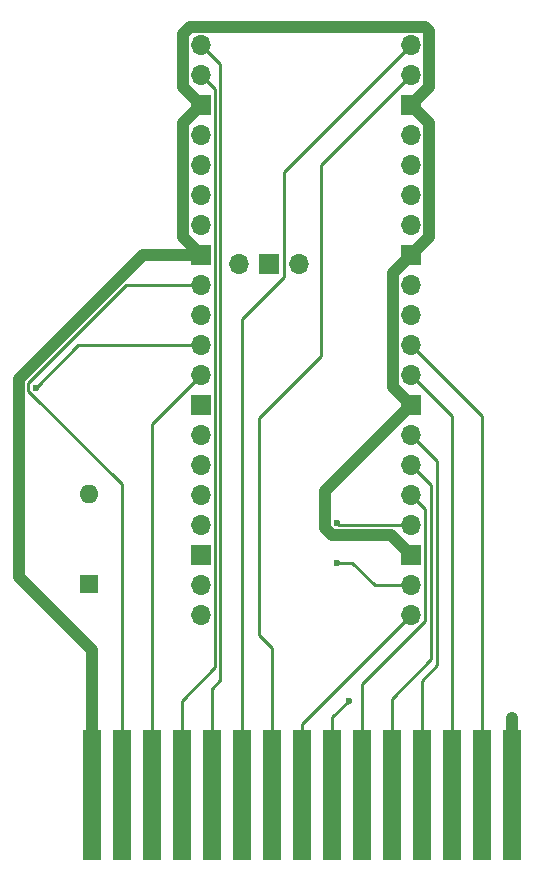
<source format=gbr>
%TF.GenerationSoftware,KiCad,Pcbnew,8.0.6*%
%TF.CreationDate,2025-03-18T08:59:08+02:00*%
%TF.ProjectId,SVI-328-PicoROM,5356492d-3332-4382-9d50-69636f524f4d,1.0*%
%TF.SameCoordinates,Original*%
%TF.FileFunction,Copper,L2,Bot*%
%TF.FilePolarity,Positive*%
%FSLAX46Y46*%
G04 Gerber Fmt 4.6, Leading zero omitted, Abs format (unit mm)*
G04 Created by KiCad (PCBNEW 8.0.6) date 2025-03-18 08:59:08*
%MOMM*%
%LPD*%
G01*
G04 APERTURE LIST*
%TA.AperFunction,ConnectorPad*%
%ADD10R,1.500000X11.000000*%
%TD*%
%TA.AperFunction,ComponentPad*%
%ADD11O,1.700000X1.700000*%
%TD*%
%TA.AperFunction,ComponentPad*%
%ADD12R,1.700000X1.700000*%
%TD*%
%TA.AperFunction,ComponentPad*%
%ADD13R,1.600000X1.600000*%
%TD*%
%TA.AperFunction,ComponentPad*%
%ADD14O,1.600000X1.600000*%
%TD*%
%TA.AperFunction,ViaPad*%
%ADD15C,0.600000*%
%TD*%
%TA.AperFunction,Conductor*%
%ADD16C,1.000000*%
%TD*%
%TA.AperFunction,Conductor*%
%ADD17C,0.250000*%
%TD*%
G04 APERTURE END LIST*
D10*
%TO.P,J1,1,Pin_1*%
%TO.N,VCC*%
X151808691Y-156000414D03*
%TO.P,J1,3,Pin_3*%
%TO.N,A7*%
X149268691Y-156000414D03*
%TO.P,J1,5,Pin_5*%
%TO.N,A6*%
X146728691Y-156000414D03*
%TO.P,J1,7,Pin_7*%
%TO.N,A5*%
X144188691Y-156000414D03*
%TO.P,J1,9,Pin_9*%
%TO.N,A4*%
X141648691Y-156000414D03*
%TO.P,J1,11,Pin_11*%
%TO.N,A3*%
X139108691Y-156000414D03*
%TO.P,J1,13,Pin_13*%
%TO.N,A10*%
X136568691Y-156000414D03*
%TO.P,J1,15,Pin_15*%
%TO.N,A0*%
X134028691Y-156000414D03*
%TO.P,J1,17,Pin_17*%
%TO.N,D0*%
X131488691Y-156000414D03*
%TO.P,J1,19,Pin_19*%
%TO.N,D1*%
X128948691Y-156000414D03*
%TO.P,J1,21,Pin_21*%
%TO.N,D2*%
X126408691Y-156000414D03*
%TO.P,J1,23,Pin_23*%
%TO.N,D3*%
X123868691Y-156000414D03*
%TO.P,J1,25,Pin_25*%
%TO.N,{slash}CCS3*%
X121328691Y-156000414D03*
%TO.P,J1,27,Pin_27*%
%TO.N,{slash}CCS1*%
X118788691Y-156000414D03*
%TO.P,J1,29,Pin_29*%
%TO.N,GND*%
X116248691Y-156000414D03*
%TD*%
D11*
%TO.P,U1,1,GPIO0*%
%TO.N,A0*%
X143280000Y-140760000D03*
%TO.P,U1,2,GPIO1*%
%TO.N,A1*%
X143280000Y-138220000D03*
D12*
%TO.P,U1,3,GND*%
%TO.N,GND*%
X143280000Y-135680000D03*
D11*
%TO.P,U1,4,GPIO2*%
%TO.N,A2*%
X143280000Y-133140000D03*
%TO.P,U1,5,GPIO3*%
%TO.N,A3*%
X143280000Y-130600000D03*
%TO.P,U1,6,GPIO4*%
%TO.N,A4*%
X143280000Y-128060000D03*
%TO.P,U1,7,GPIO5*%
%TO.N,A5*%
X143280000Y-125520000D03*
D12*
%TO.P,U1,8,GND*%
%TO.N,GND*%
X143280000Y-122980000D03*
D11*
%TO.P,U1,9,GPIO6*%
%TO.N,A6*%
X143280000Y-120440000D03*
%TO.P,U1,10,GPIO7*%
%TO.N,A7*%
X143280000Y-117900000D03*
%TO.P,U1,11,GPIO8*%
%TO.N,A8*%
X143280000Y-115360000D03*
%TO.P,U1,12,GPIO9*%
%TO.N,A9*%
X143280000Y-112820000D03*
D12*
%TO.P,U1,13,GND*%
%TO.N,GND*%
X143280000Y-110280000D03*
D11*
%TO.P,U1,14,GPIO10*%
%TO.N,A10*%
X143280000Y-107740000D03*
%TO.P,U1,15,GPIO11*%
%TO.N,A11*%
X143280000Y-105200000D03*
%TO.P,U1,16,GPIO12*%
%TO.N,A12*%
X143280000Y-102660000D03*
%TO.P,U1,17,GPIO13*%
%TO.N,A13*%
X143280000Y-100120000D03*
D12*
%TO.P,U1,18,GND*%
%TO.N,GND*%
X143280000Y-97580000D03*
D11*
%TO.P,U1,19,GPIO14*%
%TO.N,D0*%
X143280000Y-95040000D03*
%TO.P,U1,20,GPIO15*%
%TO.N,D1*%
X143280000Y-92500000D03*
%TO.P,U1,21,GPIO16*%
%TO.N,D2*%
X125500000Y-92500000D03*
%TO.P,U1,22,GPIO17*%
%TO.N,D3*%
X125500000Y-95040000D03*
D12*
%TO.P,U1,23,GND*%
%TO.N,GND*%
X125500000Y-97580000D03*
D11*
%TO.P,U1,24,GPIO18*%
%TO.N,D4*%
X125500000Y-100120000D03*
%TO.P,U1,25,GPIO19*%
%TO.N,D5*%
X125500000Y-102660000D03*
%TO.P,U1,26,GPIO20*%
%TO.N,D6*%
X125500000Y-105200000D03*
%TO.P,U1,27,GPIO21*%
%TO.N,D7*%
X125500000Y-107740000D03*
D12*
%TO.P,U1,28,GND*%
%TO.N,GND*%
X125500000Y-110280000D03*
D11*
%TO.P,U1,29,GPIO22*%
%TO.N,{slash}CCS1*%
X125500000Y-112820000D03*
%TO.P,U1,30,RUN*%
%TO.N,unconnected-(U1-RUN-Pad30)_1*%
X125500000Y-115360000D03*
%TO.P,U1,31,GPIO26_ADC0*%
%TO.N,{slash}CCS2*%
X125500000Y-117900000D03*
%TO.P,U1,32,GPIO27_ADC1*%
%TO.N,{slash}CCS3*%
X125500000Y-120440000D03*
D12*
%TO.P,U1,33,AGND*%
%TO.N,GND*%
X125500000Y-122980000D03*
D11*
%TO.P,U1,34,GPIO28_ADC2*%
%TO.N,{slash}CCS4*%
X125500000Y-125520000D03*
%TO.P,U1,35,ADC_VREF*%
%TO.N,unconnected-(U1-ADC_VREF-Pad35)*%
X125500000Y-128060000D03*
%TO.P,U1,36,3V3*%
%TO.N,unconnected-(U1-3V3-Pad36)*%
X125500000Y-130600000D03*
%TO.P,U1,37,3V3_EN*%
%TO.N,unconnected-(U1-3V3_EN-Pad37)*%
X125500000Y-133140000D03*
D12*
%TO.P,U1,38,GND*%
%TO.N,GND*%
X125500000Y-135680000D03*
D11*
%TO.P,U1,39,VSYS*%
%TO.N,Net-(D1-K)*%
X125500000Y-138220000D03*
%TO.P,U1,40,VBUS*%
%TO.N,unconnected-(U1-VBUS-Pad40)_1*%
X125500000Y-140760000D03*
%TO.P,U1,41,SWCLK*%
%TO.N,unconnected-(U1-SWCLK-Pad41)*%
X133805900Y-111030000D03*
D12*
%TO.P,U1,42,GND*%
%TO.N,unconnected-(U1-GND-Pad42)*%
X131265900Y-111030000D03*
D11*
%TO.P,U1,43,SWDIO*%
%TO.N,unconnected-(U1-SWDIO-Pad43)*%
X128725900Y-111030000D03*
%TD*%
D13*
%TO.P,D1,1,K*%
%TO.N,Net-(D1-K)*%
X116000000Y-138120000D03*
D14*
%TO.P,D1,2,A*%
%TO.N,VCC*%
X116000000Y-130500000D03*
%TD*%
D15*
%TO.N,VCC*%
X151808691Y-149500000D03*
%TO.N,A10*%
X138000000Y-148000000D03*
%TO.N,A1*%
X137030608Y-136318004D03*
%TO.N,{slash}CCS2*%
X111500000Y-121500000D03*
%TO.N,A2*%
X137000000Y-133000000D03*
%TD*%
D16*
%TO.N,GND*%
X125500000Y-110280000D02*
X120553274Y-110280000D01*
X120553274Y-110280000D02*
X110050000Y-120783274D01*
X110050000Y-120783274D02*
X110050000Y-137517924D01*
X110050000Y-137517924D02*
X116248691Y-143716615D01*
X116248691Y-143716615D02*
X116248691Y-156000414D01*
D17*
%TO.N,D0*%
X143280000Y-95040000D02*
X135690000Y-102630000D01*
X135690000Y-118810000D02*
X130390000Y-124110000D01*
X135690000Y-102630000D02*
X135690000Y-118810000D01*
X130390000Y-124110000D02*
X130390000Y-142412618D01*
X130390000Y-142412618D02*
X131488691Y-143511309D01*
X131488691Y-143511309D02*
X131488691Y-156000414D01*
D16*
%TO.N,GND*%
X143280000Y-135680000D02*
X141600000Y-134000000D01*
X136585786Y-134000000D02*
X136000000Y-133414214D01*
X141600000Y-134000000D02*
X136585786Y-134000000D01*
X136000000Y-130260000D02*
X143280000Y-122980000D01*
X136000000Y-133414214D02*
X136000000Y-130260000D01*
D17*
%TO.N,A1*%
X137030608Y-136318004D02*
X138318004Y-136318004D01*
X138318004Y-136318004D02*
X140220000Y-138220000D01*
X140220000Y-138220000D02*
X143280000Y-138220000D01*
D16*
%TO.N,GND*%
X143280000Y-110280000D02*
X141730000Y-111830000D01*
X141730000Y-111830000D02*
X141730000Y-121430000D01*
X141730000Y-121430000D02*
X143280000Y-122980000D01*
X143280000Y-97580000D02*
X144830000Y-99130000D01*
X144830000Y-99130000D02*
X144830000Y-108730000D01*
X144830000Y-108730000D02*
X143280000Y-110280000D01*
X125500000Y-97580000D02*
X123950000Y-96030000D01*
X123950000Y-96030000D02*
X123950000Y-91550000D01*
X123950000Y-91550000D02*
X124550000Y-90950000D01*
X124550000Y-90950000D02*
X144450000Y-90950000D01*
X144830000Y-91330000D02*
X144830000Y-96030000D01*
X144450000Y-90950000D02*
X144830000Y-91330000D01*
X144830000Y-96030000D02*
X143280000Y-97580000D01*
X125500000Y-97580000D02*
X123950000Y-99130000D01*
X123950000Y-99130000D02*
X123950000Y-108730000D01*
X123950000Y-108730000D02*
X125500000Y-110280000D01*
%TO.N,VCC*%
X151808691Y-156000414D02*
X151808691Y-149500000D01*
D17*
%TO.N,A10*%
X136568691Y-149431309D02*
X138000000Y-148000000D01*
X136568691Y-156000414D02*
X136568691Y-149431309D01*
%TO.N,D2*%
X125500000Y-92500000D02*
X127125000Y-94125000D01*
X127125000Y-94125000D02*
X127125000Y-146283691D01*
X127125000Y-146283691D02*
X126408691Y-147000000D01*
%TO.N,D3*%
X123868691Y-148000000D02*
X126675000Y-145193691D01*
X123868691Y-156000414D02*
X123868691Y-148000000D01*
X126675000Y-145193691D02*
X126675000Y-96215000D01*
X126675000Y-96215000D02*
X125500000Y-95040000D01*
%TO.N,D2*%
X126408691Y-156000414D02*
X126408691Y-147000000D01*
%TO.N,D1*%
X128948691Y-156000414D02*
X128948691Y-115697209D01*
X128948691Y-115697209D02*
X132500000Y-112145900D01*
X132500000Y-112145900D02*
X132500000Y-103280000D01*
X132500000Y-103280000D02*
X143280000Y-92500000D01*
%TO.N,A0*%
X134028691Y-156000414D02*
X134028691Y-150011309D01*
X134028691Y-150011309D02*
X143280000Y-140760000D01*
%TO.N,A3*%
X139108691Y-156000414D02*
X139108691Y-146593010D01*
X139108691Y-146593010D02*
X144455000Y-141246701D01*
X144455000Y-141246701D02*
X144455000Y-131775000D01*
X144455000Y-131775000D02*
X143280000Y-130600000D01*
%TO.N,A4*%
X141648691Y-147851309D02*
X145000000Y-144500000D01*
X141648691Y-156000414D02*
X141648691Y-147851309D01*
X145000000Y-144500000D02*
X145000000Y-129780000D01*
X145000000Y-129780000D02*
X143280000Y-128060000D01*
%TO.N,A5*%
X144188691Y-156000414D02*
X144188691Y-146311309D01*
X144188691Y-146311309D02*
X145500000Y-145000000D01*
X145500000Y-145000000D02*
X145500000Y-127740000D01*
X145500000Y-127740000D02*
X143280000Y-125520000D01*
%TO.N,A6*%
X146728691Y-156000414D02*
X146728691Y-123888691D01*
X146728691Y-123888691D02*
X143280000Y-120440000D01*
%TO.N,A7*%
X149268691Y-156000414D02*
X149268691Y-123888691D01*
X149268691Y-123888691D02*
X143280000Y-117900000D01*
%TO.N,{slash}CCS3*%
X121328691Y-156000414D02*
X121328691Y-124611309D01*
X121328691Y-124611309D02*
X125500000Y-120440000D01*
%TO.N,{slash}CCS1*%
X118788691Y-156000414D02*
X118788691Y-129672575D01*
X118788691Y-129672575D02*
X110875000Y-121758884D01*
X119180000Y-112820000D02*
X125500000Y-112820000D01*
X110875000Y-121758884D02*
X110875000Y-121125000D01*
X110875000Y-121125000D02*
X119180000Y-112820000D01*
%TO.N,{slash}CCS2*%
X125500000Y-117900000D02*
X115100000Y-117900000D01*
X115100000Y-117900000D02*
X111500000Y-121500000D01*
%TO.N,A2*%
X137140000Y-133140000D02*
X137000000Y-133000000D01*
X143280000Y-133140000D02*
X137140000Y-133140000D01*
%TO.N,A5*%
X144188691Y-156000414D02*
X144188691Y-151250414D01*
%TO.N,A10*%
X136568691Y-156000414D02*
X136568691Y-151250414D01*
%TD*%
M02*

</source>
